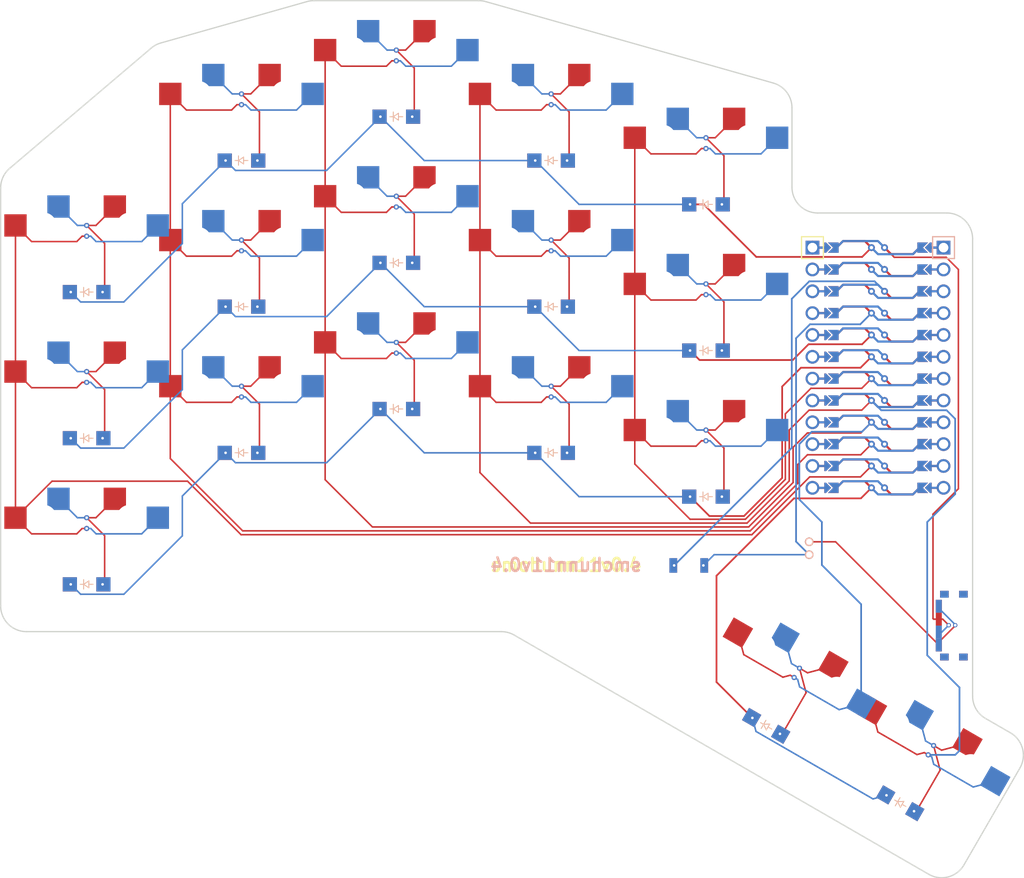
<source format=kicad_pcb>
(kicad_pcb (version 20211014) (generator pcbnew)
  (title_block (title "smcboard") (rev "v1.0.0") (company "Unknown"))
  (layers (0 "F.Cu" signal) (31 "B.Cu" signal) (34 "B.Paste" user) (35 "F.Paste" user) (36 "B.SilkS" user "B.Silkscreen") (37 "F.SilkS" user "F.Silkscreen") (38 "B.Mask" user) (39 "F.Mask" user) (44 "Edge.Cuts" user))
  (net 0 "")
  (net 1 "RAW")
  (net 2 "GND")
  (net 3 "RST")
  (net 4 "VCC")
  (net 5 "P21")
  (net 6 "P20")
  (net 7 "P19")
  (net 8 "P18")
  (net 9 "P15")
  (net 10 "P14")
  (net 11 "P16")
  (net 12 "P10")
  (net 13 "P1")
  (net 14 "P0")
  (net 15 "P2")
  (net 16 "P3")
  (net 17 "P4")
  (net 18 "P5")
  (net 19 "P6")
  (net 20 "P7")
  (net 21 "P8")
  (net 22 "P9")
  (net 23 "pos")
  (net 24 "pinky_bottom")
  (net 25 "pinky_home")
  (net 26 "pinky_top")
  (net 27 "ring_bottom")
  (net 28 "ring_home")
  (net 29 "ring_top")
  (net 30 "middle_bottom")
  (net 31 "middle_home")
  (net 32 "middle_top")
  (net 33 "index_bottom")
  (net 34 "index_home")
  (net 35 "index_top")
  (net 36 "inner_bottom")
  (net 37 "inner_home")
  (net 38 "inner_top")
  (net 39 "near_thumb")
  (net 40 "home_thumb")
  (footprint "lib:bat" (layer "F.Cu") (at 233.275 165.8)
    (fp_text reference "")
    (fp_text value "")
  )
  (footprint "PG1350" (layer "F.Cu") (at 203.275 150.7)
    (fp_text reference "S10" hide)
    (fp_text value "" hide)
  )
  (footprint "PG1350" (layer "F.Cu") (at 167.275 133.7)
    (fp_text reference "S5" hide)
    (fp_text value "" hide)
  )
  (footprint "PG1350" (layer "F.Cu") (at 203.275 133.7)
    (fp_text reference "S11" hide)
    (fp_text value "" hide)
  )
  (footprint "VIA-0.6mm" (layer "F.Cu") (at 221.275 153.3)
    (fp_text reference "REF**" hide)
    (fp_text value "VIA-0.6mm" hide)
  )
  (footprint "VIA-0.6mm" (layer "F.Cu") (at 167.275 112.95)
    (fp_text reference "REF**" hide)
    (fp_text value "VIA-0.6mm" hide)
  )
  (footprint "ComboDiode" (layer "F.Cu") (at 203.275 154.7)
    (fp_text reference "D10" hide)
    (fp_text value "" hide)
  )
  (footprint "PG1350" (layer "F.Cu") (at 167.275 150.7)
    (fp_text reference "S4" hide)
    (fp_text value "" hide)
  )
  (footprint "ComboDiode" (layer "F.Cu") (at 203.275 120.7)
    (fp_text reference "D12" hide)
    (fp_text value "" hide)
  )
  (footprint "ComboDiode" (layer "F.Cu") (at 167.275 154.7)
    (fp_text reference "D4" hide)
    (fp_text value "" hide)
  )
  (footprint "VIA-0.6mm" (layer "F.Cu") (at 221.275 118.05)
    (fp_text reference "REF**" hide)
    (fp_text value "VIA-0.6mm" hide)
  )
  (footprint "ComboDiode" (layer "F.Cu") (at 228.275 186.464102 -30)
    (fp_text reference "D16" hide)
    (fp_text value "" hide)
  )
  (footprint "ComboDiode" (layer "F.Cu") (at 167.275 120.7)
    (fp_text reference "D6" hide)
    (fp_text value "" hide)
  )
  (footprint "VIA-0.6mm" (layer "F.Cu") (at 221.275 136.3)
    (fp_text reference "REF**" hide)
    (fp_text value "VIA-0.6mm" hide)
  )
  (footprint "ComboDiode" (layer "F.Cu") (at 243.863457 195.464102 -30)
    (fp_text reference "D17" hide)
    (fp_text value "" hide)
  )
  (footprint "ComboDiode" (layer "F.Cu") (at 185.275 115.6)
    (fp_text reference "D9" hide)
    (fp_text value "" hide)
  )
  (footprint "Button_Switch_SMD:SW_SPDT_PCM12" (layer "F.Cu") (at 249.775 174.8 90)
    (fp_text reference "")
    (fp_text value "")
  )
  (footprint "PG1350" (layer "F.Cu") (at 149.275 132)
    (fp_text reference "S3" hide)
    (fp_text value "" hide)
  )
  (footprint "ComboDiode" (layer "F.Cu") (at 185.275 149.6)
    (fp_text reference "D7" hide)
    (fp_text value "" hide)
  )
  (footprint "VIA-0.6mm" (layer "F.Cu") (at 185.275 107.85)
    (fp_text reference "REF**" hide)
    (fp_text value "VIA-0.6mm" hide)
  )
  (footprint "PG1350" (layer "F.Cu") (at 149.275 166)
    (fp_text reference "S1" hide)
    (fp_text value "" hide)
  )
  (footprint "VIA-0.6mm" (layer "F.Cu") (at 232.15 179.752405 -30)
    (fp_text reference "REF**" hide)
    (fp_text value "VIA-0.6mm" hide)
  )
  (footprint "VIA-0.6mm" (layer "F.Cu") (at 203.275 131.2)
    (fp_text reference "REF**" hide)
    (fp_text value "VIA-0.6mm" hide)
  )
  (footprint "ComboDiode" (layer "F.Cu") (at 221.275 142.8)
    (fp_text reference "D14" hide)
    (fp_text value "" hide)
  )
  (footprint "VIA-0.6mm" (layer "F.Cu") (at 149.275 145.25)
    (fp_text reference "REF**" hide)
    (fp_text value "VIA-0.6mm" hide)
  )
  (footprint "PG1350" (layer "F.Cu") (at 149.275 149)
    (fp_text reference "S2" hide)
    (fp_text value "" hide)
  )
  (footprint "VIA-0.6mm" (layer "F.Cu") (at 247.738457 188.752405 -30)
    (fp_text reference "REF**" hide)
    (fp_text value "VIA-0.6mm" hide)
  )
  (footprint "PG1350" (layer "F.Cu") (at 185.275 111.6)
    (fp_text reference "S9" hide)
    (fp_text value "" hide)
  )
  (footprint "PG1350" (layer "F.Cu") (at 221.275 138.8)
    (fp_text reference "S14" hide)
    (fp_text value "" hide)
  )
  (footprint "PG1350" (layer "F.Cu") (at 185.275 128.6)
    (fp_text reference "S8" hide)
    (fp_text value "" hide)
  )
  (footprint "ComboDiode" (layer "F.Cu") (at 185.275 132.6)
    (fp_text reference "D8" hide)
    (fp_text value "" hide)
  )
  (footprint "VIA-0.6mm" (layer "F.Cu") (at 167.275 148.2)
    (fp_text reference "REF**" hide)
    (fp_text value "VIA-0.6mm" hide)
  )
  (footprint "ComboDiode" (layer "F.Cu") (at 221.275 159.8)
    (fp_text reference "D13" hide)
    (fp_text value "" hide)
  )
  (footprint "VIA-0.6mm" (layer "F.Cu") (at 221.275 119.3)
    (fp_text reference "REF**" hide)
    (fp_text value "VIA-0.6mm" hide)
  )
  (footprint "PG1350" (layer "F.Cu") (at 167.275 116.7)
    (fp_text reference "S6" hide)
    (fp_text value "" hide)
  )
  (footprint "ProMicro" (layer "F.Cu") (at 241.275 144.8 -90)
    (fp_text reference "MCU1" hide)
    (fp_text value "")
  )
  (footprint "VIA-0.6mm" (layer "F.Cu") (at 149.275 146.5)
    (fp_text reference "REF**" hide)
    (fp_text value "VIA-0.6mm" hide)
  )
  (footprint "PG1350" (layer "F.Cu") (at 221.275 121.8)
    (fp_text reference "S15" hide)
    (fp_text value "" hide)
  )
  (footprint "VIA-0.6mm" (layer "F.Cu") (at 149.275 128.25)
    (fp_text reference "REF**" hide)
    (fp_text value "VIA-0.6mm" hide)
  )
  (footprint "VIA-0.6mm" (layer "F.Cu") (at 247.113457 189.834937 -30)
    (fp_text reference "REF**" hide)
    (fp_text value "VIA-0.6mm" hide)
  )
  (footprint "VIA-0.6mm" (layer "F.Cu") (at 203.275 146.95)
    (fp_text reference "REF**" hide)
    (fp_text value "VIA-0.6mm" hide)
  )
  (footprint "Button_Switch_SMD:SW_SPST_B3U-1000P" (layer "F.Cu") (at 219.275 167.8)
    (fp_text reference "")
    (fp_text value "")
  )
  (footprint "VIA-0.6mm" (layer "F.Cu") (at 203.275 112.95)
    (fp_text reference "REF**" hide)
    (fp_text value "VIA-0.6mm" hide)
  )
  (footprint "VIA-0.6mm" (layer "F.Cu") (at 185.275 141.85)
    (fp_text reference "REF**" hide)
    (fp_text value "VIA-0.6mm" hide)
  )
  (footprint "ComboDiode" (layer "F.Cu") (at 149.275 153)
    (fp_text reference "D2" hide)
    (fp_text value "" hide)
  )
  (footprint "VIA-0.6mm" (layer "F.Cu") (at 203.275 148.2)
    (fp_text reference "REF**" hide)
    (fp_text value "VIA-0.6mm" hide)
  )
  (footprint "VIA-0.6mm" (layer "F.Cu") (at 167.275 114.2)
    (fp_text reference "REF**" hide)
    (fp_text value "VIA-0.6mm" hide)
  )
  (footprint "ComboDiode" (layer "F.Cu") (at 149.275 170)
    (fp_text reference "D1" hide)
    (fp_text value "" hide)
  )
  (footprint "ComboDiode" (layer "F.Cu") (at 149.275 136)
    (fp_text reference "D3" hide)
    (fp_text value "" hide)
  )
  (footprint "ComboDiode" (layer "F.Cu") (at 203.275 137.7)
    (fp_text reference "D11" hide)
    (fp_text value "" hide)
  )
  (footprint "VIA-0.6mm" (layer "F.Cu") (at 167.275 146.95)
    (fp_text reference "REF**" hide)
    (fp_text value "VIA-0.6mm" hide)
  )
  (footprint "VIA-0.6mm" (layer "F.Cu") (at 185.275 124.85)
    (fp_text reference "REF**" hide)
    (fp_text value "VIA-0.6mm" hide)
  )
  (footprint "PG1350" (layer "F.Cu") (at 185.275 145.6)
    (fp_text reference "S7" hide)
    (fp_text value "" hide)
  )
  (footprint "VIA-0.6mm" (layer "F.Cu") (at 149.275 162.25)
    (fp_text reference "REF**" hide)
    (fp_text value "VIA-0.6mm" hide)
  )
  (footprint "VIA-0.6mm" (layer "F.Cu") (at 231.525 180.834937 -30)
    (fp_text reference "REF**" hide)
    (fp_text value "VIA-0.6mm" hide)
  )
  (footprint "PG1350" (layer "F.Cu") (at 230.275 183 -30)
    (fp_text reference "S16" hide)
    (fp_text value "" hide)
  )
  (footprint "VIA-0.6mm" (layer "F.Cu") (at 167.275 131.2)
    (fp_text reference "REF**" hide)
    (fp_text value "VIA-0.6mm" hide)
  )
  (footprint "VIA-0.6mm" (layer "F.Cu") (at 149.275 129.5)
    (fp_text reference "REF**" hide)
    (fp_text value "VIA-0.6mm" hide)
  )
  (footprint "VIA-0.6mm" (layer "F.Cu") (at 203.275 114.2)
    (fp_text reference "REF**" hide)
    (fp_text value "VIA-0.6mm" hide)
  )
  (footprint "VIA-0.6mm" (layer "F.Cu") (at 203.275 129.95)
    (fp_text reference "REF**" hide)
    (fp_text value "VIA-0.6mm" hide)
  )
  (footprint "PG1350" (layer "F.Cu") (at 221.275 155.8)
    (fp_text reference "S13" hide)
    (fp_text value "" hide)
  )
  (footprint "VIA-0.6mm" (layer "F.Cu") (at 149.275 163.5)
    (fp_text reference "REF**" hide)
    (fp_text value "VIA-0.6mm" hide)
  )
  (footprint "VIA-0.6mm" (layer "F.Cu") (at 185.275 109.1)
    (fp_text reference "REF**" hide)
    (fp_text value "VIA-0.6mm" hide)
  )
  (footprint "VIA-0.6mm" (layer "F.Cu") (at 185.275 126.1)
    (fp_text reference "REF**" hide)
    (fp_text value "VIA-0.6mm" hide)
  )
  (footprint "VIA-0.6mm" (layer "F.Cu") (at 167.275 129.95)
    (fp_text reference "REF**" hide)
    (fp_text value "VIA-0.6mm" hide)
  )
  (footprint "PG1350" (layer "F.Cu") (at 203.275 116.7)
    (fp_text reference "S12" hide)
    (fp_text value "" hide)
  )
  (footprint "VIA-0.6mm" (layer "F.Cu") (at 185.275 143.1)
    (fp_text reference "REF**" hide)
    (fp_text value "VIA-0.6mm" hide)
  )
  (footprint "VIA-0.6mm" (layer "F.Cu") (at 221.275 135.05)
    (fp_text reference "REF**" hide)
    (fp_text value "VIA-0.6mm" hide)
  )
  (footprint "ComboDiode" (layer "F.Cu") (at 221.275 125.8)
    (fp_text reference "D15" hide)
    (fp_text value "" hide)
  )
  (footprint "ComboDiode" (layer "F.Cu") (at 167.275 137.7)
    (fp_text reference "D5" hide)
    (fp_text value "" hide)
  )
  (footprint "VIA-0.6mm" (layer "F.Cu") (at 221.275 152.05)
    (fp_text reference "REF**" hide)
    (fp_text value "VIA-0.6mm" hide)
  )
  (footprint "PG1350" (layer "F.Cu") (at 245.863457 192 -30)
    (fp_text reference "S17" hide)
    (fp_text value "" hide)
  )
  (gr_line (start 198.980771 175.901924) (end 247.175635 203.727241) (layer "Edge.Cuts") (width 0.15))
  (gr_line (start 252.275 183) (end 252.275 129.8) (layer "Edge.Cuts") (width 0.15))
  (gr_arc (start 142.275 175.5) (mid 140.15368 174.62132) (end 139.275 172.5) (layer "Edge.Cuts") (width 0.15))
  (gr_arc (start 229.092808 111.681712) (mid 230.668055 112.758869) (end 231.275 114.568092) (layer "Edge.Cuts") (width 0.15))
  (gr_line (start 251.273711 202.629165) (end 257.773711 191.370835) (layer "Edge.Cuts") (width 0.15))
  (gr_line (start 256.675635 187.272759) (end 253.775 185.598076) (layer "Edge.Cuts") (width 0.15))
  (gr_arc (start 174.873989 102.21362) (mid 175.278965 102.128541) (end 175.691797 102.1) (layer "Edge.Cuts") (width 0.15))
  (gr_line (start 142.275 175.5) (end 197.480771 175.5) (layer "Edge.Cuts") (width 0.15))
  (gr_line (start 194.858203 102.1) (end 175.691797 102.1) (layer "Edge.Cuts") (width 0.15))
  (gr_arc (start 251.273711 202.629165) (mid 249.452092 204.026942) (end 247.175635 203.727241) (layer "Edge.Cuts") (width 0.15))
  (gr_line (start 249.275 126.8) (end 234.275 126.8) (layer "Edge.Cuts") (width 0.15))
  (gr_arc (start 249.275 126.8) (mid 251.39632 127.67868) (end 252.275 129.8) (layer "Edge.Cuts") (width 0.15))
  (gr_line (start 140.332055 121.601503) (end 156.777753 107.62266) (layer "Edge.Cuts") (width 0.15))
  (gr_arc (start 256.675635 187.272759) (mid 258.073412 189.094378) (end 257.773711 191.370835) (layer "Edge.Cuts") (width 0.15))
  (gr_arc (start 139.275 123.887322) (mid 139.552057 122.628123) (end 140.332055 121.601504) (layer "Edge.Cuts") (width 0.15))
  (gr_line (start 231.275 123.8) (end 231.275 114.568092) (layer "Edge.Cuts") (width 0.15))
  (gr_arc (start 194.858203 102.1) (mid 195.271035 102.128541) (end 195.676011 102.21362) (layer "Edge.Cuts") (width 0.15))
  (gr_line (start 157.902891 107.022098) (end 174.873989 102.21362) (layer "Edge.Cuts") (width 0.15))
  (gr_arc (start 234.275 126.8) (mid 232.15368 125.92132) (end 231.275 123.8) (layer "Edge.Cuts") (width 0.15))
  (gr_arc (start 156.777754 107.62266) (mid 157.308039 107.261897) (end 157.902891 107.022098) (layer "Edge.Cuts") (width 0.15))
  (gr_line (start 195.676011 102.21362) (end 229.092808 111.681712) (layer "Edge.Cuts") (width 0.15))
  (gr_arc (start 197.480771 175.5) (mid 198.257228 175.602223) (end 198.980771 175.901924) (layer "Edge.Cuts") (width 0.15))
  (gr_arc (start 253.775 185.598076) (mid 252.676924 184.5) (end 252.275 183) (layer "Edge.Cuts") (width 0.15))
  (gr_line (start 139.275 172.5) (end 139.275 123.887322) (layer "Edge.Cuts") (width 0.15))
  (gr_text "smchunn11v0.4" (at 205 167.75) (layer "B.SilkS") (effects (font (size 1.5 1.5) (thickness 0.3)) (justify mirror)))
  (gr_text "smchunn11v0.4" (at 205 167.75) (layer "F.SilkS") (effects (font (size 1.5 1.5) (thickness 0.3))))
  (segment (start 250.622865 133.372865) (end 249.205 131.955) (width 0.18) (layer "F.Cu") (net 1))
  (segment (start 248.345 174.05) (end 247.745 174.05) (width 0.18) (layer "F.Cu") (net 1))
  (segment (start 243.162 131.955) (end 242.037 130.83) (width 0.18) (layer "F.Cu") (net 1))
  (segment (start 250.622865 158.877135) (end 250.622865 133.372865) (width 0.18) (layer "F.Cu") (net 1))
  (segment (start 247.67 173.975) (end 247.67 161.83) (width 0.18) (layer "F.Cu") (net 1))
  (segment (start 247.745 174.05) (end 247.67 173.975) (width 0.18) (layer "F.Cu") (net 1))
  (segment (start 248.345 174.05) (end 248.8 174.05) (width 0.18) (layer "F.Cu") (net 1))
  (segment (start 249.205 131.955) (end 243.162 131.955) (width 0.18) (layer "F.Cu") (net 1))
  (segment (start 247.67 161.83) (end 250.622865 158.877135) (width 0.18) (layer "F.Cu") (net 1))
  (segment (start 248.8 174.05) (end 249.5 174.75) (width 0.18) (layer "F.Cu") (net 1))
  (via (at 249.5 174.75) (size 0.5) (drill 0.3) (layers "F.Cu" "B.Cu") (net 1))
  (segment (start 248.345 175.55) (end 248.7 175.55) (width 0.18) (layer "B.Cu") (net 1))
  (segment (start 248.7 175.55) (end 249.5 174.75) (width 0.18) (layer "B.Cu") (net 1))
  (segment (start 222.225 166.55) (end 233.275 166.55) (width 0.18) (layer "B.Cu") (net 2))
  (segment (start 231.75 141.367649) (end 233.367649 139.75) (width 0.2) (layer "B.Cu") (net 2))
  (segment (start 239.213 139.75) (end 240.513 138.45) (width 0.2) (layer "B.Cu") (net 2))
  (segment (start 231.75 165.025) (end 231.75 141.367649) (width 0.2) (layer "B.Cu") (net 2))
  (segment (start 233.367649 139.75) (end 239.213 139.75) (width 0.2) (layer "B.Cu") (net 2))
  (segment (start 233.275 166.55) (end 231.75 165.025) (width 0.2) (layer "B.Cu") (net 2))
  (segment (start 220.975 167.8) (end 222.225 166.55) (width 0.18) (layer "B.Cu") (net 2))
  (segment (start 231.25 136.787649) (end 233.287649 134.75) (width 0.2) (layer "B.Cu") (net 3))
  (segment (start 240.877 134.75) (end 242.037 135.91) (width 0.2) (layer "B.Cu") (net 3))
  (segment (start 233.287649 134.75) (end 240.877 134.75) (width 0.2) (layer "B.Cu") (net 3))
  (segment (start 231.25 154.125) (end 231.25 136.787649) (width 0.2) (layer "B.Cu") (net 3))
  (segment (start 217.575 167.8) (end 231.25 154.125) (width 0.2) (layer "B.Cu") (net 3))
  (segment (start 219.425 125.8) (end 221.015 125.8) (width 0.2) (layer "F.Cu") (net 13))
  (segment (start 221.015 125.8) (end 227.125 131.91) (width 0.2) (layer "F.Cu") (net 13))
  (segment (start 227.125 131.91) (end 239.433 131.91) (width 0.2) (layer "F.Cu") (net 13))
  (segment (start 239.433 131.91) (end 240.513 130.83) (width 0.2) (layer "F.Cu") (net 13))
  (segment (start 153.6 137.15) (end 148.575 137.15) (width 0.18) (layer "B.Cu") (net 13))
  (segment (start 219.425 125.8) (end 206.525 125.8) (width 0.18) (layer "B.Cu") (net 13))
  (segment (start 160.399999 125.725001) (end 160.399999 130.350001) (width 0.18) (layer "B.Cu") (net 13))
  (segment (start 166.575 121.85) (end 165.425 120.7) (width 0.18) (layer "B.Cu") (net 13))
  (segment (start 183.425 115.6) (end 177.175 121.85) (width 0.18) (layer "B.Cu") (net 13))
  (segment (start 188.525 120.7) (end 183.425 115.6) (width 0.18) (layer "B.Cu") (net 13))
  (segment (start 160.399999 130.350001) (end 153.6 137.15) (width 0.18) (layer "B.Cu") (net 13))
  (segment (start 148.575 137.15) (end 147.425 136) (width 0.18) (layer "B.Cu") (net 13))
  (segment (start 177.175 121.85) (end 166.575 121.85) (width 0.18) (layer "B.Cu") (net 13))
  (segment (start 165.425 120.7) (end 160.399999 125.725001) (width 0.18) (layer "B.Cu") (net 13))
  (segment (start 206.525 125.8) (end 201.425 120.7) (width 0.18) (layer "B.Cu") (net 13))
  (segment (start 201.425 120.7) (end 188.525 120.7) (width 0.18) (layer "B.Cu") (net 13))
  (segment (start 231.372649 143.905) (end 233.207649 142.07) (width 0.2) (layer "F.Cu") (net 15))
  (segment (start 239.433 142.07) (end 240.513 140.99) (width 0.2) (layer "F.Cu") (net 15))
  (segment (start 220.53 143.905) (end 231.372649 143.905) (width 0.2) (layer "F.Cu") (net 15))
  (segment (start 219.425 142.8) (end 220.53 143.905) (width 0.2) (layer "F.Cu") (net 15))
  (segment (start 233.207649 142.07) (end 239.433 142.07) (width 0.2) (layer "F.Cu") (net 15))
  (segment (start 160.399999 142.725001) (end 160.399999 147.350001) (width 0.18) (layer "B.Cu") (net 15))
  (segment (start 219.425 142.8) (end 206.525 142.8) (width 0.18) (layer "B.Cu") (net 15))
  (segment (start 166.575 138.85) (end 165.425 137.7) (width 0.18) (layer "B.Cu") (net 15))
  (segment (start 148.575 154.15) (end 147.425 153) (width 0.18) (layer "B.Cu") (net 15))
  (segment (start 160.399999 147.350001) (end 153.6 154.15) (width 0.18) (layer "B.Cu") (net 15))
  (segment (start 177.175 138.85) (end 166.575 138.85) (width 0.18) (layer "B.Cu") (net 15))
  (segment (start 165.425 137.7) (end 160.399999 142.725001) (width 0.18) (layer "B.Cu") (net 15))
  (segment (start 153.6 154.15) (end 148.575 154.15) (width 0.18) (layer "B.Cu") (net 15))
  (segment (start 201.425 137.7) (end 188.525 137.7) (width 0.18) (layer "B.Cu") (net 15))
  (segment (start 188.525 137.7) (end 183.425 132.6) (width 0.18) (layer "B.Cu") (net 15))
  (segment (start 183.425 132.6) (end 177.175 138.85) (width 0.18) (layer "B.Cu") (net 15))
  (segment (start 206.525 142.8) (end 201.425 137.7) (width 0.18) (layer "B.Cu") (net 15))
  (segment (start 225.695 162.055) (end 230.135608 157.614392) (width 0.2) (layer "F.Cu") (net 16))
  (segment (start 232.322845 144.8) (end 239.243 144.8) (width 0.2) (layer "F.Cu") (net 16))
  (segment (start 230.135608 146.987237) (end 232.322845 144.8) (width 0.2) (layer "F.Cu") (net 16))
  (segment (start 221.68 162.055) (end 225.695 162.055) (width 0.2) (layer "F.Cu") (net 16))
  (segment (start 219.425 159.8) (end 221.68 162.055) (width 0.2) (layer "F.Cu") (net 16))
  (segment (start 230.135608 157.614392) (end 230.135608 146.987237) (width 0.2) (layer "F.Cu") (net 16))
  (segment (start 239.243 144.8) (end 240.513 143.53) (width 0.2) (layer "F.Cu") (net 16))
  (segment (start 160.399999 164.350001) (end 153.6 171.15) (width 0.18) (layer "B.Cu") (net 16))
  (segment (start 166.575 155.85) (end 165.425 154.7) (width 0.18) (layer "B.Cu") (net 16))
  (segment (start 153.6 171.15) (end 148.575 171.15) (width 0.18) (layer "B.Cu") (net 16))
  (segment (start 201.425 154.7) (end 188.525 154.7) (width 0.18) (layer "B.Cu") (net 16))
  (segment (start 177.175 155.85) (end 166.575 155.85) (width 0.18) (layer "B.Cu") (net 16))
  (segment (start 219.425 159.8) (end 206.525 159.8) (width 0.18) (layer "B.Cu") (net 16))
  (segment (start 160.399999 159.725001) (end 160.399999 164.350001) (width 0.18) (layer "B.Cu") (net 16))
  (segment (start 183.425 149.6) (end 177.175 155.85) (width 0.18) (layer "B.Cu") (net 16))
  (segment (start 148.575 171.15) (end 147.425 170) (width 0.18) (layer "B.Cu") (net 16))
  (segment (start 206.525 159.8) (end 201.425 154.7) (width 0.18) (layer "B.Cu") (net 16))
  (segment (start 165.425 154.7) (end 160.399999 159.725001) (width 0.18) (layer "B.Cu") (net 16))
  (segment (start 188.525 154.7) (end 183.425 149.6) (width 0.18) (layer "B.Cu") (net 16))
  (segment (start 233.479009 147.195) (end 239.388 147.195) (width 0.18) (layer "F.Cu") (net 17))
  (segment (start 213 135.05) (end 214.875001 136.925001) (width 0.18) (layer "F.Cu") (net 17))
  (segment (start 213 152.05) (end 213 156) (width 0.18) (layer "F.Cu") (net 17))
  (segment (start 230.505608 150.168401) (end 233.479009 147.195) (width 0.18) (layer "F.Cu") (net 17))
  (segment (start 220.124999 153.925001) (end 220.75 153.3) (width 0.18) (layer "F.Cu") (net 17))
  (segment (start 219.425 162.425) (end 225.863425 162.425) (width 0.18) (layer "F.Cu") (net 17))
  (segment (start 230.505608 157.782817) (end 230.505608 150.168401) (width 0.18) (layer "F.Cu") (net 17))
  (segment (start 214.875001 153.925001) (end 220.124999 153.925001) (width 0.18) (layer "F.Cu") (net 17))
  (segment (start 220.75 153.3) (end 221.275 153.3) (width 0.18) (layer "F.Cu") (net 17))
  (segment (start 213 152.05) (end 214.875001 153.925001) (width 0.18) (layer "F.Cu") (net 17))
  (segment (start 213 135.05) (end 213 152.05) (width 0.18) (layer "F.Cu") (net 17))
  (segment (start 220.124999 119.925001) (end 220.75 119.3) (width 0.18) (layer "F.Cu") (net 17))
  (segment (start 220.124999 136.925001) (end 220.75 136.3) (width 0.18) (layer "F.Cu") (net 17))
  (segment (start 239.388 147.195) (end 240.513 146.07) (width 0.18) (layer "F.Cu") (net 17))
  (segment (start 225.863425 162.425) (end 230.505608 157.782817) (width 0.18) (layer "F.Cu") (net 17))
  (segment (start 214.875001 119.925001) (end 220.124999 119.925001) (width 0.18) (layer "F.Cu") (net 17))
  (segment (start 213 156) (end 219.425 162.425) (width 0.18) (layer "F.Cu") (net 17))
  (segment (start 213 118.05) (end 213 135.05) (width 0.18) (layer "F.Cu") (net 17))
  (segment (start 220.75 119.3) (end 221.275 119.3) (width 0.18) (layer "F.Cu") (net 17))
  (segment (start 220.75 136.3) (end 221.275 136.3) (width 0.18) (layer "F.Cu") (net 17))
  (segment (start 213 118.05) (end 214.875001 119.925001) (width 0.18) (layer "F.Cu") (net 17))
  (segment (start 214.875001 136.925001) (end 220.124999 136.925001) (width 0.18) (layer "F.Cu") (net 17))
  (segment (start 227.674999 119.925001) (end 222.375001 119.925001) (width 0.18) (layer "B.Cu") (net 17))
  (segment (start 227.674999 136.925001) (end 222.375001 136.925001) (width 0.18) (layer "B.Cu") (net 17))
  (segment (start 222.375001 119.925001) (end 221.75 119.3) (width 0.18) (layer "B.Cu") (net 17))
  (segment (start 229.55 152.05) (end 227.674999 153.925001) (width 0.18) (layer "B.Cu") (net 17))
  (segment (start 229.55 135.05) (end 227.674999 136.925001) (width 0.18) (layer "B.Cu") (net 17))
  (segment (start 221.75 136.3) (end 221.275 136.3) (width 0.18) (layer "B.Cu") (net 17))
  (segment (start 221.75 119.3) (end 221.275 119.3) (width 0.18) (layer "B.Cu") (net 17))
  (segment (start 222.375001 153.925001) (end 221.75 153.3) (width 0.18) (layer "B.Cu") (net 17))
  (segment (start 229.55 118.05) (end 227.674999 119.925001) (width 0.18) (layer "B.Cu") (net 17))
  (segment (start 222.375001 136.925001) (end 221.75 136.3) (width 0.18) (layer "B.Cu") (net 17))
  (segment (start 221.75 153.3) (end 221.275 153.3) (width 0.18) (layer "B.Cu") (net 17))
  (segment (start 227.674999 153.925001) (end 222.375001 153.925001) (width 0.18) (layer "B.Cu") (net 17))
  (segment (start 202.124999 131.825001) (end 202.75 131.2) (width 0.18) (layer "F.Cu") (net 18))
  (segment (start 195 157) (end 200.875 162.875) (width 0.18) (layer "F.Cu") (net 18))
  (segment (start 200.875 162.875) (end 226.049821 162.875) (width 0.18) (layer "F.Cu") (net 18))
  (segment (start 202.75 131.2) (end 203.275 131.2) (width 0.18) (layer "F.Cu") (net 18))
  (segment (start 230.955608 152.044392) (end 233.265 149.735) (width 0.18) (layer "F.Cu") (net 18))
  (segment (start 240.572097 184.614905) (end 241.258395 187.176204) (width 0.18) (layer "F.Cu") (net 18))
  (segment (start 202.75 148.2) (end 203.275 148.2) (width 0.18) (layer "F.Cu") (net 18))
  (segment (start 196.875001 148.825001) (end 202.124999 148.825001) (width 0.18) (layer "F.Cu") (net 18))
  (segment (start 233.265 149.735) (end 239.388 149.735) (width 0.18) (layer "F.Cu") (net 18))
  (segment (start 195 146.95) (end 195 157) (width 0.18) (layer "F.Cu") (net 18))
  (segment (start 202.124999 114.825001) (end 202.75 114.2) (width 0.18) (layer "F.Cu") (net 18))
  (segment (start 202.75 114.2) (end 203.275 114.2) (width 0.18) (layer "F.Cu") (net 18))
  (segment (start 246.658794 189.572437) (end 247.113457 189.834937) (width 0.18) (layer "F.Cu") (net 18))
  (segment (start 195 112.95) (end 196.875001 114.825001) (width 0.18) (layer "F.Cu") (net 18))
  (segment (start 196.875001 131.825001) (end 202.124999 131.825001) (width 0.18) (layer "F.Cu") (net 18))
  (segment (start 195 146.95) (end 196.875001 148.825001) (width 0.18) (layer "F.Cu") (net 18))
  (segment (start 196.875001 114.825001) (end 202.124999 114.825001) (width 0.18) (layer "F.Cu") (net 18))
  (segment (start 195 129.95) (end 196.875001 131.825001) (width 0.18) (layer "F.Cu") (net 18))
  (segment (start 241.258395 187.176204) (end 245.805026 189.801203) (width 0.18) (layer "F.Cu") (net 18))
  (segment (start 226.049821 162.875) (end 230.955608 157.969213) (width 0.18) (layer "F.Cu") (net 18))
  (segment (start 202.124999 148.825001) (end 202.75 148.2) (width 0.18) (layer "F.Cu") (net 18))
  (segment (start 195 129.95) (end 195 146.95) (width 0.18) (layer "F.Cu") (net 18))
  (segment (start 239.388 149.735) (end 240.513 148.61) (width 0.18) (layer "F.Cu") (net 18))
  (segment (start 195 112.95) (end 195 129.95) (width 0.18) (layer "F.Cu") (net 18))
  (segment (start 230.955608 157.969213) (end 230.955608 152.044392) (width 0.18) (layer "F.Cu") (net 18))
  (segment (start 245.805026 189.801203) (end 246.658794 189.572437) (width 0.18) (layer "F.Cu") (net 18))
  (segment (start 247 178.25) (end 247 162.75) (width 0.2) (layer "B.Cu") (net 18))
  (segment (start 211.55 112.95) (end 209.674999 114.825001) (width 0.18) (layer "B.Cu") (net 18))
  (segment (start 250.25 159.5) (end 250.25 150.75) (width 0.2) (layer "B.Cu") (net 18))
  (segment (start 203.75 114.2) (end 203.275 114.2) (width 0.18) (layer "B.Cu") (net 18))
  (segment (start 254.904817 192.889905) (end 252.343518 193.576203) (width 0.18) (layer "B.Cu") (net 18))
  (segment (start 209.674999 148.825001) (end 204.375001 148.825001) (width 0.18) (layer "B.Cu") (net 18))
  (segment (start 250.75 189.340862) (end 250.75 182) (width 0.2) (layer "B.Cu") (net 18))
  (segment (start 203.75 148.2) (end 203.275 148.2) (width 0.18) (layer "B.Cu") (net 18))
  (segment (start 203.75 131.2) (end 203.275 131.2) (width 0.18) (layer "B.Cu") (net 18))
  (segment (start 209.674999 131.825001) (end 204.375001 131.825001) (width 0.18) (layer "B.Cu") (net 18))
  (segment (start 204.375001 131.825001) (end 203.75 131.2) (width 0.18) (layer "B.Cu") (net 18))
  (segment (start 247.524819 190.072437) (end 247.113457 189.834937) (width 0.18) (layer "B.Cu") (net 18))
  (segment (start 209.674999 114.825001) (end 204.375001 114.825001) (width 0.18) (layer "B.Cu") (net 18))
  (segment (start 247.113457 189.834937) (end 250.255925 189.834937) (width 0.2) (layer "B.Cu") (net 18))
  (segment (start 252.343518 193.576203) (end 247.753585 190.926204) (width 0.18) (layer "B.Cu") (net 18))
  (segment (start 211.55 129.95) (end 209.674999 131.825001) (width 0.18) (layer "B.Cu") (net 18))
  (segment (start 247.753585 190.926204) (end 247.524819 190.072437) (width 0.18) (layer "B.Cu") (net 18))
  (segment (start 250.255925 189.834937) (end 250.75 189.340862) (width 0.2) (layer "B.Cu") (net 18))
  (segment (start 211.55 146.95) (end 209.674999 148.825001) (width 0.18) (layer "B.Cu") (net 18))
  (segment (start 204.375001 114.825001) (end 203.75 114.2) (width 0.18) (layer "B.Cu") (net 18))
  (segment (start 204.375001 148.825001) (end 203.75 148.2) (width 0.18) (layer "B.Cu") (net 18))
  (segment (start 250.75 182) (end 247 178.25) (width 0.2) (layer "B.Cu") (net 18))
  (segment (start 249.25 149.75) (end 241.653 149.75) (width 0.2) (layer "B.Cu") (net 18))
  (segment (start 247 162.75) (end 250.25 159.5) (width 0.2) (layer "B.Cu") (net 18))
  (segment (start 250.25 150.75) (end 249.25 149.75) (width 0.2) (layer "B.Cu") (net 18))
  (segment (start 241.653 149.75) (end 240.513 148.61) (width 0.2) (layer "B.Cu") (net 18))
  (segment (start 184.75 126.1) (end 185.275 126.1) (width 0.18) (layer "F.Cu") (net 19))
  (segment (start 178.875001 143.725001) (end 184.124999 143.725001) (width 0.18) (layer "F.Cu") (net 19))
  (segment (start 178.875001 109.725001) (end 184.124999 109.725001) (width 0.18) (layer "F.Cu") (net 19))
  (segment (start 177 107.85) (end 178.875001 109.725001) (width 0.18) (layer "F.Cu") (net 19))
  (segment (start 226.236217 163.325) (end 182.5 163.325) (width 0.18) (layer "F.Cu") (net 19))
  (segment (start 178.875001 126.725001) (end 184.124999 126.725001) (width 0.18) (layer "F.Cu") (net 19))
  (segment (start 177 107.85) (end 177 124.85) (width 0.18) (layer "F.Cu") (net 19))
  (segment (start 239.275865 152.387135) (end 233.072865 152.387135) (width 0.18) (layer "F.Cu") (net 19))
  (segment (start 230.216569 180.801203) (end 231.070337 180.572437) (width 0.18) (layer "F.Cu") (net 19))
  (segment (start 182.5 163.325) (end 177 157.825) (width 0.18) (layer "F.Cu") (net 19))
  (segment (start 231.405608 158.155609) (end 226.236217 163.325) (width 0.18) (layer "F.Cu") (net 19))
  (segment (start 184.124999 109.725001) (end 184.75 109.1) (width 0.18) (layer "F.Cu") (net 19))
  (segment (start 231.405608 154.054392) (end 231.405608 158.155609) (width 0.18) (layer "F.Cu") (net 19))
  (segment (start 184.75 109.1) (end 185.275 109.1) (width 0.18) (layer "F.Cu") (net 19))
  (segment (start 225.669938 178.176204) (end 230.216569 180.801203) (width 0.18) (layer "F.Cu") (net 19))
  (segment (start 177 124.85) (end 178.875001 126.725001) (width 0.18) (layer "F.Cu") (net 19))
  (segment (start 233.072865 152.387135) (end 231.405608 154.054392) (width 0.18) (layer "F.Cu") (net 19))
  (segment (start 177 157.825) (end 177 141.85) (width 0.18) (layer "F.Cu") (net 19))
  (segment (start 177 141.85) (end 177 124.85) (width 0.18) (layer "F.Cu") (net 19))
  (segment (start 184.124999 143.725001) (end 184.75 143.1) (width 0.18) (layer "F.Cu") (net 19))
  (segment (start 184.124999 126.725001) (end 184.75 126.1) (width 0.18) (layer "F.Cu") (net 19))
  (segment (start 240.513 151.15) (end 239.275865 152.387135) (width 0.18) (layer "F.Cu") (net 19))
  (segment (start 231.070337 180.572437) (end 231.525 180.834937) (width 0.18) (layer "F.Cu") (net 19))
  (segment (start 224.98364 175.614905) (end 225.669938 178.176204) (width 0.18) (layer "F.Cu") (net 19))
  (segment (start 177 141.85) (end 178.875001 143.725001) (width 0.18) (layer "F.Cu") (net 19))
  (segment (start 184.75 143.1) (end 185.275 143.1) (width 0.18) (layer "F.Cu") (net 19))
  (segment (start 191.674999 126.725001) (end 186.375001 126.725001) (width 0.18) (layer "B.Cu") (net 19))
  (segment (start 232.13 160.13) (end 232.13 153.687649) (width 0.2) (layer "B.Cu") (net 19))
  (segment (start 186.375001 143.725001) (end 185.75 143.1) (width 0.18) (layer "B.Cu") (net 19))
  (segment (start 236.755061 184.576203) (end 232.165128 181.926204) (width 0.18) (layer "B.Cu") (net 19))
  (segment (start 239.31636 183.889905) (end 239.31636 172.31636) (width 0.2) (layer "B.Cu") (net 19))
  (segment (start 193.55 141.85) (end 191.674999 143.725001) (width 0.18) (layer "B.Cu") (net 19))
  (segment (start 239.31636 172.31636) (end 234.75 167.75) (width 0.2) (layer "B.Cu") (net 19))
  (segment (start 234.75 162.75) (end 232.13 160.13) (width 0.2) (layer "B.Cu") (net 19))
  (segment (start 232.13 153.687649) (end 233.567649 152.25) (width 0.2) (layer "B.Cu") (net 19))
  (segment (start 186.375001 109.725001) (end 185.75 109.1) (width 0.18) (layer "B.Cu") (net 19))
  (segment (start 233.567649 152.25) (end 239.413 152.25) (width 0.2) (layer "B.Cu") (net 19))
  (segment (start 239.31636 183.889905) (end 236.755061 184.576203) (width 0.18) (layer "B.Cu") (net 19))
  (segment (start 191.674999 143.725001) (end 186.375001 143.725001) (width 0.18) (layer "B.Cu") (net 19))
  (segment (start 191.674999 109.725001) (end 186.375001 109.725001) (width 0.18) (layer "B.Cu") (net 19))
  (segment (start 186.375001 126.725001) (end 185.75 126.1) (width 0.18) (layer "B.Cu") (net 19))
  (segment (start 185.75 126.1) (end 185.275 126.1) (width 0.18) (layer "B.Cu") (net 19))
  (segment (start 232.165128 181.926204) (end 231.936362 181.072437) (width 0.18) (layer "B.Cu") (net 19))
  (segment (start 231.936362 181.072437) (end 231.525 180.834937) (width 0.18) (layer "B.Cu") (net 19))
  (segment (start 185.75 143.1) (end 185.275 143.1) (width 0.18) (layer "B.Cu") (net 19))
  (segment (start 234.75 167.75) (end 234.75 162.75) (width 0.2) (layer "B.Cu") (net 19))
  (segment (start 193.55 107.85) (end 191.674999 109.725001) (width 0.18) (layer "B.Cu") (net 19))
  (segment (start 185.75 109.1) (end 185.275 109.1) (width 0.18) (layer "B.Cu") (net 19))
  (segment (start 193.55 124.85) (end 191.674999 126.725001) (width 0.18) (layer "B.Cu") (net 19))
  (segment (start 239.413 152.25) (end 240.513 151.15) (width 0.2) (layer "B.Cu") (net 19))
  (segment (start 166.124999 148.825001) (end 166.75 148.2) (width 0.18) (layer "F.Cu") (net 20))
  (segment (start 159 155.363604) (end 167.411396 163.775) (width 0.18) (layer "F.Cu") (net 20))
  (segment (start 166.124999 131.825001) (end 166.75 131.2) (width 0.18) (layer "F.Cu") (net 20))
  (segment (start 160.875001 148.825001) (end 166.124999 148.825001) (width 0.18) (layer "F.Cu") (net 20))
  (segment (start 159 146.95) (end 159 155.363604) (width 0.18) (layer "F.Cu") (net 20))
  (segment (start 239.275865 154.927135) (end 240.513 153.69) (width 0.18) (layer "F.Cu") (net 20))
  (segment (start 231.927135 156.072865) (end 233.072865 154.927135) (width 0.18) (layer "F.Cu") (net 20))
  (segment (start 159 146.95) (end 159 129.95) (width 0.18) (layer "F.Cu") (net 20))
  (segment (start 233.072865 154.927135) (end 239.275865 154.927135) (width 0.18) (layer "F.Cu") (net 20))
  (segment (start 226.422613 163.775) (end 231.973807 158.223806) (width 0.18) (layer "F.Cu") (net 20))
  (segment (start 166.75 131.2) (end 167.275 131.2) (width 0.18) (layer "F.Cu") (net 20))
  (segment (start 167.411396 163.775) (end 226.422613 163.775) (width 0.18) (layer "F.Cu") (net 20))
  (segment (start 231.927135 158.177134) (end 231.927135 156.072865) (width 0.18) (layer "F.Cu") (net 20))
  (segment (start 231.973807 158.223806) (end 231.927135 158.177134) (width 0.18) (layer "F.Cu") (net 20))
  (segment (start 159 129.95) (end 159 112.95) (width 0.18) (layer "F.Cu") (net 20))
  (segment (start 166.124999 114.825001) (end 166.75 114.2) (width 0.18) (layer "F.Cu") (net 20))
  (segment (start 159 112.95) (end 160.875001 114.825001) (width 0.18) (layer "F.Cu") (net 20))
  (segment (start 159 146.95) (end 160.875001 148.825001) (width 0.18) (layer "F.Cu") (net 20))
  (segment (start 160.875001 114.825001) (end 166.124999 114.825001) (width 0.18) (layer "F.Cu") (net 20))
  (segment (start 166.75 114.2) (end 167.275 114.2) (width 0.18) (layer "F.Cu") (net 20))
  (segment (start 166.75 148.2) (end 167.275 148.2) (width 0.18) (layer "F.Cu") (net 20))
  (segment (start 160.875001 131.825001) (end 166.124999 131.825001) (width 0.18) (layer "F.Cu") (net 20))
  (segment (start 159 129.95) (end 160.875001 131.825001) (width 0.18) (layer "F.Cu") (net 20))
  (segment (start 167.75 148.2) (end 167.275 148.2) (width 0.18) (layer "B.Cu") (net 20))
  (segment (start 173.674999 131.825001) (end 168.375001 131.825001) (width 0.18) (layer "B.Cu") (net 20))
  (segment (start 175.55 146.95) (end 173.674999 148.825001) (width 0.18) (layer "B.Cu") (net 20))
  (segment (start 168.375001 148.825001) (end 167.75 148.2) (width 0.18) (layer "B.Cu") (net 20))
  (segment (start 175.55 112.95) (end 173.674999 114.825001) (width 0.18) (layer "B.Cu") (net 20))
  (segment (start 175.55 129.95) (end 173.674999 131.825001) (width 0.18) (layer "B.Cu") (net 20))
  (segment (start 167.75 114.2) (end 167.275 114.2) (width 0.18) (layer "B.Cu") (net 20))
  (segment (start 167.75 131.2) (end 167.275 131.2) (width 0.18) (layer "B.Cu") (net 20))
  (segment (start 168.375001 131.825001) (end 167.75 131.2) (width 0.18) (layer "B.Cu") (net 20))
  (segment (start 173.674999 148.825001) (end 168.375001 148.825001) (width 0.18) (layer "B.Cu") (net 20))
  (segment (start 168.375001 114.825001) (end 167.75 114.2) (width 0.18) (layer "B.Cu") (net 20))
  (segment (start 173.674999 114.825001) (end 168.375001 114.825001) (width 0.18) (layer "B.Cu") (net 20))
  (segment (start 226.609009 164.225) (end 233.334009 157.5) (width 0.18) (layer "F.Cu") (net 21))
  (segment (start 161 158) (end 167.225 164.225) (width 0.18) (layer "F.Cu") (net 21))
  (segment (start 141 128.25) (end 142.875001 130.125001) (width 0.18) (layer "F.Cu") (net 21))
  (segment (start 141 162.25) (end 142.875001 164.125001) (width 0.18) (layer "F.Cu") (net 21))
  (segment (start 141 162.25) (end 145.25 158) (width 0.18) (layer "F.Cu") (net 21))
  (segment (start 142.875001 147.125001) (end 148.124999 147.125001) (width 0.18) (layer "F.Cu") (net 21))
  (segment (start 148.124999 147.125001) (end 148.75 146.5) (width 0.18) (layer "F.Cu") (net 21))
  (segment (start 145.25 158) (end 161 158) (width 0.18) (layer "F.Cu") (net 21))
  (segment (start 148.75 163.5) (end 149.275 163.5) (width 0.18) (layer "F.Cu") (net 21))
  (segment (start 167.225 164.225) (end 226.609009 164.225) (width 0.18) (layer "F.Cu") (net 21))
  (segment (start 239.243 157.5) (end 240.513 156.23) (width 0.18) (layer "F.Cu") (net 21))
  (segment (start 142.875001 164.125001) (end 148.124999 164.125001) (width 0.18) (layer "F.Cu") (net 21))
  (segment (start 148.75 129.5) (end 149.275 129.5) (width 0.18) (layer "F.Cu") (net 21))
  (segment (start 141 145.25) (end 142.875001 147.125001) (width 0.18) (layer "F.Cu") (net 21))
  (segment (start 148.75 146.5) (end 149.275 146.5) (width 0.18) (layer "F.Cu") (net 21))
  (segment (start 142.875001 130.125001) (end 148.124999 130.125001) (width 0.18) (layer "F.Cu") (net 21))
  (segment (start 141 162.25) (end 141 145.25) (width 0.18) (layer "F.Cu") (net 21))
  (segment (start 148.124999 130.125001) (end 148.75 129.5) (width 0.18) (layer "F.Cu") (net 21))
  (segment (start 148.124999 164.125001) (end 148.75 163.5) (width 0.18) (layer "F.Cu") (net 21))
  (segment (start 233.334009 157.5) (end 239.243 157.5) (width 0.18) (layer "F.Cu") (net 21))
  (segment (start 141 145.25) (end 141 128.25) (width 0.18) (layer "F.Cu") (net 21))
  (segment (start 155.674999 164.125001) (end 150.375001 164.125001) (width 0.18) (layer "B.Cu") (net 21))
  (segment (start 150.375001 164.125001) (end 149.75 163.5) (width 0.18) (layer "B.Cu") (net 21))
  (segment (start 150.375001 130.125001) (end 149.75 129.5) (width 0.18) (layer "B.Cu") (net 21))
  (segment (start 149.75 129.5) (end 149.275 129.5) (width 0.18) (layer "B.Cu") (net 21))
  (segment (start 149.75 146.5) (end 149.275 146.5) (width 0.18) (layer "B.Cu") (net 21))
  (segment (start 157.55 162.25) (end 155.674999 164.125001) (width 0.18) (layer "B.Cu") (net 21))
  (segment (start 149.75 163.5) (end 149.275 163.5) (width 0.18) (layer "B.Cu") (net 21))
  (segment (start 155.674999 147.125001) (end 150.375001 147.125001) (width 0.18) (layer "B.Cu") (net 21))
  (segment (start 155.674999 130.125001) (end 150.375001 130.125001) (width 0.18) (layer "B.Cu") (net 21))
  (segment (start 150.375001 147.125001) (end 149.75 146.5) (width 0.18) (layer "B.Cu") (net 21))
  (segment (start 157.55 128.25) (end 155.674999 130.125001) (width 0.18) (layer "B.Cu") (net 21))
  (segment (start 157.55 145.25) (end 155.674999 147.125001) (width 0.18) (layer "B.Cu") (net 21))
  (segment (start 231.5 160) (end 239.283 160) (width 0.2) (layer "F.Cu") (net 22))
  (segment (start 239.283 160) (end 240.513 158.77) (width 0.2) (layer "F.Cu") (net 22))
  (segment (start 222.5 169) (end 231.5 160) (width 0.2) (layer "F.Cu") (net 22))
  (segment (start 226.672853 185.539102) (end 222.5 181.366249) (width 0.2) (layer "F.Cu") (net 22))
  (segment (start 222.5 181.366249) (end 222.5 169) (width 0.2) (layer "F.Cu") (net 22))
  (segment (start 240.69038 194.960032) (end 227.093782 187.110032) (width 0.18) (layer "B.Cu") (net 22))
  (segment (start 242.26131 194.539102) (end 240.69038 194.960032) (width 0.18) (layer "B.Cu") (net 22))
  (segment (start 227.093782 187.110032) (end 226.672852 185.539102) (width 0.18) (layer "B.Cu") (net 22))
  (segment (start 250.25 174.813173) (end 248.345 176.718173) (width 0.18) (layer "F.Cu") (net 23))
  (segment (start 236.345 165.05) (end 248.345 177.05) (width 0.18) (layer "F.Cu") (net 23))
  (segment (start 250.25 174.75) (end 250.25 174.813173) (width 0.18) (layer "F.Cu") (net 23))
  (segment (start 233.275 165.05) (end 236.345 165.05) (width 0.18) (layer "F.Cu") (net 23))
  (via (at 250.25 174.75) (size 0.5) (drill 0.3) (layers "F.Cu" "B.Cu") (net 23))
  (segment (start 250.25 174.75) (end 250.25 174.686827) (width 0.18) (layer "B.Cu") (net 23))
  (segment (start 250.25 174.686827) (end 248.345 172.781827) (width 0.18) (layer "B.Cu") (net 23))
  (segment (start 150.35 162.25) (end 149.275 162.25) (width 0.18) (layer "F.Cu") (net 24))
  (segment (start 149.275 162.25) (end 151.364501 164.339501) (width 0.18) (layer "F.Cu") (net 24))
  (segment (start 152.55 160.05) (end 150.35 162.25) (width 0.18) (layer "F.Cu") (net 24))
  (segment (start 151.364501 164.339501) (end 151.364501 169.820499) (width 0.18) (layer "F.Cu") (net 24))
  (segment (start 148.2 162.25) (end 149.275 162.25) (width 0.18) (layer "B.Cu") (net 24))
  (segment (start 146 160.05) (end 148.2 162.25) (width 0.18) (layer "B.Cu") (net 24))
  (segment (start 151.364501 147.339501) (end 151.364501 152.820499) (width 0.18) (layer "F.Cu") (net 25))
  (segment (start 152.55 143.05) (end 150.35 145.25) (width 0.18) (layer "F.Cu") (net 25))
  (segment (start 149.275 145.25) (end 151.364501 147.339501) (width 0.18) (layer "F.Cu") (net 25))
  (segment (start 150.35 145.25) (end 149.275 145.25) (width 0.18) (layer "F.Cu") (net 25))
  (segment (start 146 143.05) (end 148.2 145.25) (width 0.18) (layer "B.Cu") (net 25))
  (segment (start 148.2 145.25) (end 149.275 145.25) (width 0.18) (layer "B.Cu") (net 25))
  (segment (start 149.275 128.25) (end 151.364501 130.339501) (width 0.18) (layer "F.Cu") (net 26))
  (segment (start 150.35 128.25) (end 149.275 128.25) (width 0.18) (layer "F.Cu") (net 26))
  (segment (start 152.55 126.05) (end 150.35 128.25) (width 0.18) (layer "F.Cu") (net 26))
  (segment (start 151.364501 130.339501) (end 151.364501 135.820499) (width 0.18) (layer "F.Cu") (net 26))
  (segment (start 148.2 128.25) (end 149.275 128.25) (width 0.18) (layer "B.Cu") (net 26))
  (segment (start 146 126.05) (end 148.2 128.25) (width 0.18) (layer "B.Cu") (net 26))
  (segment (start 170.55 144.75) (end 168.35 146.95) (width 0.18) (layer "F.Cu") (net 27))
  (segment (start 169.364501 149.039501) (end 169.364501 154.520499) (width 0.18) (layer "F.Cu") (net 27))
  (segment (start 168.35 146.95) (end 167.275 146.95) (width 0.18) (layer "F.Cu") (net 27))
  (segment (start 167.275 146.95) (end 169.364501 149.039501) (width 0.18) (layer "F.Cu") (net 27))
  (segment (start 166.2 146.95) (end 167.275 146.95) (width 0.18) (layer "B.Cu") (net 27))
  (segment (start 164 144.75) (end 166.2 146.95) (width 0.18) (layer "B.Cu") (net 27))
  (segment (start 167.275 129.95) (end 169.364501 132.039501) (width 0.18) (layer "F.Cu") (net 28))
  (segment (start 169.364501 132.039501) (end 169.364501 137.520499) (width 0.18) (layer "F.Cu") (net 28))
  (segment (start 168.35 129.95) (end 167.275 129.95) (width 0.18) (layer "F.Cu") (net 28))
  (segment (start 170.55 127.75) (end 168.35 129.95) (width 0.18) (layer "F.Cu") (net 28))
  (segment (start 164 127.75) (end 166.2 129.95) (width 0.18) (layer "B.Cu") (net 28))
  (segment (start 166.2 129.95) (end 167.275 129.95) (width 0.18) (layer "B.Cu") (net 28))
  (segment (start 168.35 112.95) (end 167.275 112.95) (width 0.18) (layer "F.Cu") (net 29))
  (segment (start 167.275 112.95) (end 169.364501 115.039501) (width 0.18) (layer "F.Cu") (net 29))
  (segment (start 169.364501 115.039501) (end 169.364501 120.520499) (width 0.18) (layer "F.Cu") (net 29))
  (segment (start 170.55 110.75) (end 168.35 112.95) (width 0.18) (layer "F.Cu") (net 29))
  (segment (start 164 110.75) (end 166.2 112.95) (width 0.18) (layer "B.Cu") (net 29))
  (segment (start 166.2 112.95) (end 167.275 112.95) (width 0.18) (layer "B.Cu") (net 29))
  (segment (start 186.35 141.85) (end 185.275 141.85) (width 0.18) (layer "F.Cu") (net 30))
  (segment (start 185.275 141.85) (end 187.364501 143.939501) (width 0.18) (layer "F.Cu") (net 30))
  (segment (start 187.364501 143.939501) (end 187.364501 149.420499) (width 0.18) (layer "F.Cu") (net 30))
  (segment (start 188.55 139.65) (end 186.35 141.85) (width 0.18) (layer "F.Cu") (net 30))
  (segment (start 182 139.65) (end 184.2 141.85) (width 0.18) (layer "B.Cu") (net 30))
  (segment (start 184.2 141.85) (end 185.275 141.85) (width 0.18) (layer "B.Cu") (net 30))
  (segment (start 186.35 124.85) (end 185.275 124.85) (width 0.18) (layer "F.Cu") (net 31))
  (segment (start 188.55 122.65) (end 186.35 124.85) (width 0.18) (layer "F.Cu") (net 31))
  (segment (start 185.275 124.85) (end 187.364501 126.939501) (width 0.18) (layer "F.Cu") (net 31))
  (segment (start 187.364501 126.939501) (end 187.364501 132.420499) (width 0.18) (layer "F.Cu") (net 31))
  (segment (start 182 122.65) (end 184.2 124.85) (width 0.18) (layer "B.Cu") (net 31))
  (segment (start 184.2 124.85) (end 185.275 124.85) (width 0.18) (layer "B.Cu") (net 31))
  (segment (start 186.35 107.85) (end 185.275 107.85) (width 0.18) (layer "F.Cu") (net 32))
  (segment (start 185.275 107.85) (end 187.364501 109.939501) (width 0.18) (layer "F.Cu") (net 32))
  (segment (start 187.364501 109.939501) (end 187.364501 115.420499) (width 0.18) (layer "F.Cu") (net 32))
  (segment (start 188.55 105.65) (end 186.35 107.85) (width 0.18) (layer "F.Cu") (net 32))
  (segment (start 182 105.65) (end 184.2 107.85) (width 0.18) (layer "B.Cu") (net 32))
  (segment (start 184.2 107.85) (end 185.275 107.85) (width 0.18) (layer "B.Cu") (net 32))
  (segment (start 205.364501 149.039501) (end 205.364501 154.520499) (width 0.18) (layer "F.Cu") (net 33))
  (segment (start 206.55 144.75) (end 204.35 146.95) (width 0.18) (layer "F.Cu") (net 33))
  (segment (start 203.275 146.95) (end 205.364501 149.039501) (width 0.18) (layer "F.Cu") (net 33))
  (segment (start 204.35 146.95) (end 203.275 146.95) (width 0.18) (layer "F.Cu") (net 33))
  (segment (start 200 144.75) (end 202.2 146.95) (width 0.18) (layer "B.Cu") (net 33))
  (segment (start 202.2 146.95) (end 203.275 146.95) (width 0.18) (layer "B.Cu") (net 33))
  (segment (start 205.364501 132.039501) (end 205.364501 137.520499) (width 0.18) (layer "F.Cu") (net 34))
  (segment (start 203.275 129.95) (end 205.364501 132.039501) (width 0.18) (layer "F.Cu") (net 34))
  (segment (start 206.55 127.75) (end 204.35 129.95) (width 0.18) (layer "F.Cu") (net 34))
  (segment (start 204.35 129.95) (end 203.275 129.95) (width 0.18) (layer "F.Cu") (net 34))
  (segment (start 202.2 129.95) (end 203.275 129.95) (width 0.18) (layer "B.Cu") (net 34))
  (segment (start 200 127.75) (end 202.2 129.95) (width 0.18) (layer "B.Cu") (net 34))
  (segment (start 206.55 110.75) (end 204.35 112.95) (width 0.18) (layer "F.Cu") (net 35))
  (segment (start 205.364501 115.039501) (end 205.364501 120.520499) (width 0.18) (layer "F.Cu") (net 35))
  (segment (start 203.275 112.95) (end 205.364501 115.039501) (width 0.18) (layer "F.Cu") (net 35))
  (segment (start 204.35 112.95) (end 203.275 112.95) (width 0.18) (layer "F.Cu") (net 35))
  (segment (start 200 110.75) (end 202.2 112.95) (width 0.18) (layer "B.Cu") (net 35))
  (segment (start 202.2 112.95) (end 203.275 112.95) (width 0.18) (layer "B.Cu") (net 35))
  (segment (start 222.35 152.05) (end 221.275 152.05) (width 0.18) (layer "F.Cu") (net 36))
  (segment (start 224.55 149.85) (end 222.35 152.05) (width 0.18) (layer "F.Cu") (net 36))
  (segment (start 223.364501 154.139501) (end 223.364501 159.620499) (width 0.18) (layer "F.Cu") (net 36))
  (segment (start 221.275 152.05) (end 223.364501 154.139501) (width 0.18) (layer "F.Cu") (net 36))
  (segment (start 218 149.85) (end 220.2 152.05) (width 0.18) (layer "B.Cu") (net 36))
  (segment (start 220.2 152.05) (end 221.275 152.05) (width 0.18) (layer "B.Cu") (net 36))
  (segment (start 223.364501 137.139501) (end 223.364501 142.620499) (width 0.18) (layer "F.Cu") (net 37))
  (segment (start 222.35 135.05) (end 221.275 135.05) (width 0.18) (layer "F.Cu") (net 37))
  (segment (start 221.275 135.05) (end 223.364501 137.139501) (width 0.18) (layer "F.Cu") (net 37))
  (segment (start 224.55 132.85) (end 222.35 135.05) (width 0.18) (layer "F.Cu") (net 37))
  (segment (start 218 132.85) (end 220.2 135.05) (width 0.18) (layer "B.Cu") (net 37))
  (segment (start 220.2 135.05) (end 221.275 135.05) (width 0.18) (layer "B.Cu") (net 37))
  (segment (start 222.35 118.05) (end 221.275 118.05) (width 0.18) (layer "F.Cu") (net 38))
  (segment (start 223.364501 120.139501) (end 223.364501 125.620499) (width 0.18) (layer "F.Cu") (net 38))
  (segment (start 224.55 115.85) (end 222.35 118.05) (width 0.18) (layer "F.Cu") (net 38))
  (segment (start 221.275 118.05) (end 223.364501 120.139501) (width 0.18) (layer "F.Cu") (net 38))
  (segment (start 220.2 118.05) (end 221.275 118.05) (width 0.18) (layer "B.Cu") (net 38))
  (segment (start 218 115.85) (end 220.2 118.05) (width 0.18) (layer "B.Cu") (net 38))
  (segment (start 236.086233 179.484649) (end 233.080977 180.289905) (width 0.18) (layer "F.Cu") (net 39))
  (segment (start 233.080977 180.289905) (end 232.15 179.752405) (width 0.18) (layer "F.Cu") (net 39))
  (segment (start 232.15 179.752405) (end 232.91481 182.606717) (width 0.18) (layer "F.Cu") (net 39))
  (segment (start 232.91481 182.606717) (end 230.174311 187.3534) (width 0.18) (layer "F.Cu") (net 39))
  (segment (start 230.413767 176.209649) (end 231.219023 179.214905) (width 0.18) (layer "B.Cu") (net 39))
  (segment (start 231.219023 179.214905) (end 232.15 179.752405) (width 0.18) (layer "B.Cu") (net 39))
  (segment (start 248.503267 191.606717) (end 245.762768 196.3534) (width 0.18) (layer "F.Cu") (net 40))
  (segment (start 251.67469 188.484649) (end 248.669434 189.289905) (width 0.18) (layer "F.Cu") (net 40))
  (segment (start 247.738457 188.752405) (end 248.503267 191.606717) (width 0.18) (layer "F.Cu") (net 40))
  (segment (start 248.669434 189.289905) (end 247.738457 188.752405) (width 0.18) (layer "F.Cu") (net 40))
  (segment (start 246.80748 188.214905) (end 247.738457 188.752405) (width 0.18) (layer "B.Cu") (net 40))
  (segment (start 246.002224 185.209649) (end 246.80748 188.214905) (width 0.18) (layer "B.Cu") (net 40))
)
</source>
